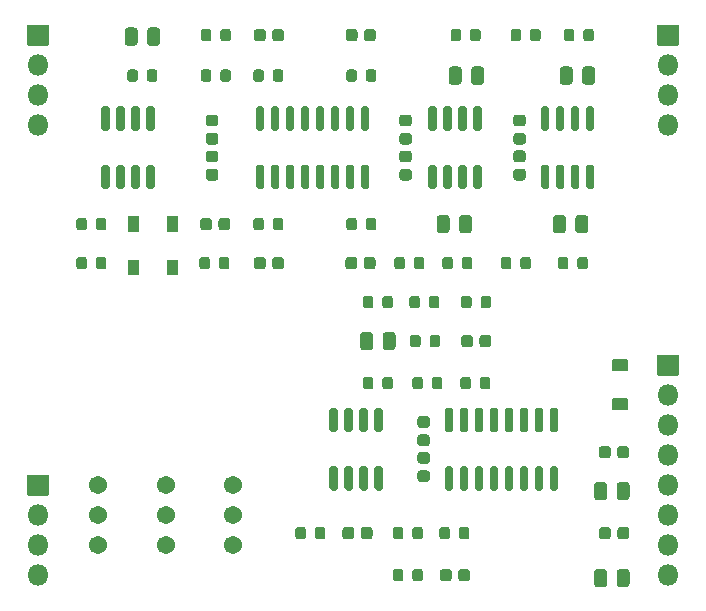
<source format=gts>
G04 #@! TF.GenerationSoftware,KiCad,Pcbnew,5.1.10-88a1d61d58~90~ubuntu20.04.1*
G04 #@! TF.CreationDate,2021-09-06T13:30:35-04:00*
G04 #@! TF.ProjectId,four_pole_lpf,666f7572-5f70-46f6-9c65-5f6c70662e6b,0.1*
G04 #@! TF.SameCoordinates,Original*
G04 #@! TF.FileFunction,Soldermask,Top*
G04 #@! TF.FilePolarity,Negative*
%FSLAX46Y46*%
G04 Gerber Fmt 4.6, Leading zero omitted, Abs format (unit mm)*
G04 Created by KiCad (PCBNEW 5.1.10-88a1d61d58~90~ubuntu20.04.1) date 2021-09-06 13:30:35*
%MOMM*%
%LPD*%
G01*
G04 APERTURE LIST*
%ADD10C,1.542000*%
%ADD11O,1.802000X1.802000*%
G04 APERTURE END LIST*
G36*
G01*
X122633500Y-105081000D02*
X122984500Y-105081000D01*
G75*
G02*
X123160000Y-105256500I0J-175500D01*
G01*
X123160000Y-106957500D01*
G75*
G02*
X122984500Y-107133000I-175500J0D01*
G01*
X122633500Y-107133000D01*
G75*
G02*
X122458000Y-106957500I0J175500D01*
G01*
X122458000Y-105256500D01*
G75*
G02*
X122633500Y-105081000I175500J0D01*
G01*
G37*
G36*
G01*
X121363500Y-105081000D02*
X121714500Y-105081000D01*
G75*
G02*
X121890000Y-105256500I0J-175500D01*
G01*
X121890000Y-106957500D01*
G75*
G02*
X121714500Y-107133000I-175500J0D01*
G01*
X121363500Y-107133000D01*
G75*
G02*
X121188000Y-106957500I0J175500D01*
G01*
X121188000Y-105256500D01*
G75*
G02*
X121363500Y-105081000I175500J0D01*
G01*
G37*
G36*
G01*
X120093500Y-105081000D02*
X120444500Y-105081000D01*
G75*
G02*
X120620000Y-105256500I0J-175500D01*
G01*
X120620000Y-106957500D01*
G75*
G02*
X120444500Y-107133000I-175500J0D01*
G01*
X120093500Y-107133000D01*
G75*
G02*
X119918000Y-106957500I0J175500D01*
G01*
X119918000Y-105256500D01*
G75*
G02*
X120093500Y-105081000I175500J0D01*
G01*
G37*
G36*
G01*
X118823500Y-105081000D02*
X119174500Y-105081000D01*
G75*
G02*
X119350000Y-105256500I0J-175500D01*
G01*
X119350000Y-106957500D01*
G75*
G02*
X119174500Y-107133000I-175500J0D01*
G01*
X118823500Y-107133000D01*
G75*
G02*
X118648000Y-106957500I0J175500D01*
G01*
X118648000Y-105256500D01*
G75*
G02*
X118823500Y-105081000I175500J0D01*
G01*
G37*
G36*
G01*
X118823500Y-100131000D02*
X119174500Y-100131000D01*
G75*
G02*
X119350000Y-100306500I0J-175500D01*
G01*
X119350000Y-102007500D01*
G75*
G02*
X119174500Y-102183000I-175500J0D01*
G01*
X118823500Y-102183000D01*
G75*
G02*
X118648000Y-102007500I0J175500D01*
G01*
X118648000Y-100306500D01*
G75*
G02*
X118823500Y-100131000I175500J0D01*
G01*
G37*
G36*
G01*
X120093500Y-100131000D02*
X120444500Y-100131000D01*
G75*
G02*
X120620000Y-100306500I0J-175500D01*
G01*
X120620000Y-102007500D01*
G75*
G02*
X120444500Y-102183000I-175500J0D01*
G01*
X120093500Y-102183000D01*
G75*
G02*
X119918000Y-102007500I0J175500D01*
G01*
X119918000Y-100306500D01*
G75*
G02*
X120093500Y-100131000I175500J0D01*
G01*
G37*
G36*
G01*
X121363500Y-100131000D02*
X121714500Y-100131000D01*
G75*
G02*
X121890000Y-100306500I0J-175500D01*
G01*
X121890000Y-102007500D01*
G75*
G02*
X121714500Y-102183000I-175500J0D01*
G01*
X121363500Y-102183000D01*
G75*
G02*
X121188000Y-102007500I0J175500D01*
G01*
X121188000Y-100306500D01*
G75*
G02*
X121363500Y-100131000I175500J0D01*
G01*
G37*
G36*
G01*
X122633500Y-100131000D02*
X122984500Y-100131000D01*
G75*
G02*
X123160000Y-100306500I0J-175500D01*
G01*
X123160000Y-102007500D01*
G75*
G02*
X122984500Y-102183000I-175500J0D01*
G01*
X122633500Y-102183000D01*
G75*
G02*
X122458000Y-102007500I0J175500D01*
G01*
X122458000Y-100306500D01*
G75*
G02*
X122633500Y-100131000I175500J0D01*
G01*
G37*
G36*
G01*
X137492500Y-105081000D02*
X137843500Y-105081000D01*
G75*
G02*
X138019000Y-105256500I0J-175500D01*
G01*
X138019000Y-106957500D01*
G75*
G02*
X137843500Y-107133000I-175500J0D01*
G01*
X137492500Y-107133000D01*
G75*
G02*
X137317000Y-106957500I0J175500D01*
G01*
X137317000Y-105256500D01*
G75*
G02*
X137492500Y-105081000I175500J0D01*
G01*
G37*
G36*
G01*
X136222500Y-105081000D02*
X136573500Y-105081000D01*
G75*
G02*
X136749000Y-105256500I0J-175500D01*
G01*
X136749000Y-106957500D01*
G75*
G02*
X136573500Y-107133000I-175500J0D01*
G01*
X136222500Y-107133000D01*
G75*
G02*
X136047000Y-106957500I0J175500D01*
G01*
X136047000Y-105256500D01*
G75*
G02*
X136222500Y-105081000I175500J0D01*
G01*
G37*
G36*
G01*
X134952500Y-105081000D02*
X135303500Y-105081000D01*
G75*
G02*
X135479000Y-105256500I0J-175500D01*
G01*
X135479000Y-106957500D01*
G75*
G02*
X135303500Y-107133000I-175500J0D01*
G01*
X134952500Y-107133000D01*
G75*
G02*
X134777000Y-106957500I0J175500D01*
G01*
X134777000Y-105256500D01*
G75*
G02*
X134952500Y-105081000I175500J0D01*
G01*
G37*
G36*
G01*
X133682500Y-105081000D02*
X134033500Y-105081000D01*
G75*
G02*
X134209000Y-105256500I0J-175500D01*
G01*
X134209000Y-106957500D01*
G75*
G02*
X134033500Y-107133000I-175500J0D01*
G01*
X133682500Y-107133000D01*
G75*
G02*
X133507000Y-106957500I0J175500D01*
G01*
X133507000Y-105256500D01*
G75*
G02*
X133682500Y-105081000I175500J0D01*
G01*
G37*
G36*
G01*
X132412500Y-105081000D02*
X132763500Y-105081000D01*
G75*
G02*
X132939000Y-105256500I0J-175500D01*
G01*
X132939000Y-106957500D01*
G75*
G02*
X132763500Y-107133000I-175500J0D01*
G01*
X132412500Y-107133000D01*
G75*
G02*
X132237000Y-106957500I0J175500D01*
G01*
X132237000Y-105256500D01*
G75*
G02*
X132412500Y-105081000I175500J0D01*
G01*
G37*
G36*
G01*
X131142500Y-105081000D02*
X131493500Y-105081000D01*
G75*
G02*
X131669000Y-105256500I0J-175500D01*
G01*
X131669000Y-106957500D01*
G75*
G02*
X131493500Y-107133000I-175500J0D01*
G01*
X131142500Y-107133000D01*
G75*
G02*
X130967000Y-106957500I0J175500D01*
G01*
X130967000Y-105256500D01*
G75*
G02*
X131142500Y-105081000I175500J0D01*
G01*
G37*
G36*
G01*
X129872500Y-105081000D02*
X130223500Y-105081000D01*
G75*
G02*
X130399000Y-105256500I0J-175500D01*
G01*
X130399000Y-106957500D01*
G75*
G02*
X130223500Y-107133000I-175500J0D01*
G01*
X129872500Y-107133000D01*
G75*
G02*
X129697000Y-106957500I0J175500D01*
G01*
X129697000Y-105256500D01*
G75*
G02*
X129872500Y-105081000I175500J0D01*
G01*
G37*
G36*
G01*
X128602500Y-105081000D02*
X128953500Y-105081000D01*
G75*
G02*
X129129000Y-105256500I0J-175500D01*
G01*
X129129000Y-106957500D01*
G75*
G02*
X128953500Y-107133000I-175500J0D01*
G01*
X128602500Y-107133000D01*
G75*
G02*
X128427000Y-106957500I0J175500D01*
G01*
X128427000Y-105256500D01*
G75*
G02*
X128602500Y-105081000I175500J0D01*
G01*
G37*
G36*
G01*
X128602500Y-100131000D02*
X128953500Y-100131000D01*
G75*
G02*
X129129000Y-100306500I0J-175500D01*
G01*
X129129000Y-102007500D01*
G75*
G02*
X128953500Y-102183000I-175500J0D01*
G01*
X128602500Y-102183000D01*
G75*
G02*
X128427000Y-102007500I0J175500D01*
G01*
X128427000Y-100306500D01*
G75*
G02*
X128602500Y-100131000I175500J0D01*
G01*
G37*
G36*
G01*
X129872500Y-100131000D02*
X130223500Y-100131000D01*
G75*
G02*
X130399000Y-100306500I0J-175500D01*
G01*
X130399000Y-102007500D01*
G75*
G02*
X130223500Y-102183000I-175500J0D01*
G01*
X129872500Y-102183000D01*
G75*
G02*
X129697000Y-102007500I0J175500D01*
G01*
X129697000Y-100306500D01*
G75*
G02*
X129872500Y-100131000I175500J0D01*
G01*
G37*
G36*
G01*
X131142500Y-100131000D02*
X131493500Y-100131000D01*
G75*
G02*
X131669000Y-100306500I0J-175500D01*
G01*
X131669000Y-102007500D01*
G75*
G02*
X131493500Y-102183000I-175500J0D01*
G01*
X131142500Y-102183000D01*
G75*
G02*
X130967000Y-102007500I0J175500D01*
G01*
X130967000Y-100306500D01*
G75*
G02*
X131142500Y-100131000I175500J0D01*
G01*
G37*
G36*
G01*
X132412500Y-100131000D02*
X132763500Y-100131000D01*
G75*
G02*
X132939000Y-100306500I0J-175500D01*
G01*
X132939000Y-102007500D01*
G75*
G02*
X132763500Y-102183000I-175500J0D01*
G01*
X132412500Y-102183000D01*
G75*
G02*
X132237000Y-102007500I0J175500D01*
G01*
X132237000Y-100306500D01*
G75*
G02*
X132412500Y-100131000I175500J0D01*
G01*
G37*
G36*
G01*
X133682500Y-100131000D02*
X134033500Y-100131000D01*
G75*
G02*
X134209000Y-100306500I0J-175500D01*
G01*
X134209000Y-102007500D01*
G75*
G02*
X134033500Y-102183000I-175500J0D01*
G01*
X133682500Y-102183000D01*
G75*
G02*
X133507000Y-102007500I0J175500D01*
G01*
X133507000Y-100306500D01*
G75*
G02*
X133682500Y-100131000I175500J0D01*
G01*
G37*
G36*
G01*
X134952500Y-100131000D02*
X135303500Y-100131000D01*
G75*
G02*
X135479000Y-100306500I0J-175500D01*
G01*
X135479000Y-102007500D01*
G75*
G02*
X135303500Y-102183000I-175500J0D01*
G01*
X134952500Y-102183000D01*
G75*
G02*
X134777000Y-102007500I0J175500D01*
G01*
X134777000Y-100306500D01*
G75*
G02*
X134952500Y-100131000I175500J0D01*
G01*
G37*
G36*
G01*
X136222500Y-100131000D02*
X136573500Y-100131000D01*
G75*
G02*
X136749000Y-100306500I0J-175500D01*
G01*
X136749000Y-102007500D01*
G75*
G02*
X136573500Y-102183000I-175500J0D01*
G01*
X136222500Y-102183000D01*
G75*
G02*
X136047000Y-102007500I0J175500D01*
G01*
X136047000Y-100306500D01*
G75*
G02*
X136222500Y-100131000I175500J0D01*
G01*
G37*
G36*
G01*
X137492500Y-100131000D02*
X137843500Y-100131000D01*
G75*
G02*
X138019000Y-100306500I0J-175500D01*
G01*
X138019000Y-102007500D01*
G75*
G02*
X137843500Y-102183000I-175500J0D01*
G01*
X137492500Y-102183000D01*
G75*
G02*
X137317000Y-102007500I0J175500D01*
G01*
X137317000Y-100306500D01*
G75*
G02*
X137492500Y-100131000I175500J0D01*
G01*
G37*
G36*
G01*
X103329500Y-79554000D02*
X103680500Y-79554000D01*
G75*
G02*
X103856000Y-79729500I0J-175500D01*
G01*
X103856000Y-81430500D01*
G75*
G02*
X103680500Y-81606000I-175500J0D01*
G01*
X103329500Y-81606000D01*
G75*
G02*
X103154000Y-81430500I0J175500D01*
G01*
X103154000Y-79729500D01*
G75*
G02*
X103329500Y-79554000I175500J0D01*
G01*
G37*
G36*
G01*
X102059500Y-79554000D02*
X102410500Y-79554000D01*
G75*
G02*
X102586000Y-79729500I0J-175500D01*
G01*
X102586000Y-81430500D01*
G75*
G02*
X102410500Y-81606000I-175500J0D01*
G01*
X102059500Y-81606000D01*
G75*
G02*
X101884000Y-81430500I0J175500D01*
G01*
X101884000Y-79729500D01*
G75*
G02*
X102059500Y-79554000I175500J0D01*
G01*
G37*
G36*
G01*
X100789500Y-79554000D02*
X101140500Y-79554000D01*
G75*
G02*
X101316000Y-79729500I0J-175500D01*
G01*
X101316000Y-81430500D01*
G75*
G02*
X101140500Y-81606000I-175500J0D01*
G01*
X100789500Y-81606000D01*
G75*
G02*
X100614000Y-81430500I0J175500D01*
G01*
X100614000Y-79729500D01*
G75*
G02*
X100789500Y-79554000I175500J0D01*
G01*
G37*
G36*
G01*
X99519500Y-79554000D02*
X99870500Y-79554000D01*
G75*
G02*
X100046000Y-79729500I0J-175500D01*
G01*
X100046000Y-81430500D01*
G75*
G02*
X99870500Y-81606000I-175500J0D01*
G01*
X99519500Y-81606000D01*
G75*
G02*
X99344000Y-81430500I0J175500D01*
G01*
X99344000Y-79729500D01*
G75*
G02*
X99519500Y-79554000I175500J0D01*
G01*
G37*
G36*
G01*
X99519500Y-74604000D02*
X99870500Y-74604000D01*
G75*
G02*
X100046000Y-74779500I0J-175500D01*
G01*
X100046000Y-76480500D01*
G75*
G02*
X99870500Y-76656000I-175500J0D01*
G01*
X99519500Y-76656000D01*
G75*
G02*
X99344000Y-76480500I0J175500D01*
G01*
X99344000Y-74779500D01*
G75*
G02*
X99519500Y-74604000I175500J0D01*
G01*
G37*
G36*
G01*
X100789500Y-74604000D02*
X101140500Y-74604000D01*
G75*
G02*
X101316000Y-74779500I0J-175500D01*
G01*
X101316000Y-76480500D01*
G75*
G02*
X101140500Y-76656000I-175500J0D01*
G01*
X100789500Y-76656000D01*
G75*
G02*
X100614000Y-76480500I0J175500D01*
G01*
X100614000Y-74779500D01*
G75*
G02*
X100789500Y-74604000I175500J0D01*
G01*
G37*
G36*
G01*
X102059500Y-74604000D02*
X102410500Y-74604000D01*
G75*
G02*
X102586000Y-74779500I0J-175500D01*
G01*
X102586000Y-76480500D01*
G75*
G02*
X102410500Y-76656000I-175500J0D01*
G01*
X102059500Y-76656000D01*
G75*
G02*
X101884000Y-76480500I0J175500D01*
G01*
X101884000Y-74779500D01*
G75*
G02*
X102059500Y-74604000I175500J0D01*
G01*
G37*
G36*
G01*
X103329500Y-74604000D02*
X103680500Y-74604000D01*
G75*
G02*
X103856000Y-74779500I0J-175500D01*
G01*
X103856000Y-76480500D01*
G75*
G02*
X103680500Y-76656000I-175500J0D01*
G01*
X103329500Y-76656000D01*
G75*
G02*
X103154000Y-76480500I0J175500D01*
G01*
X103154000Y-74779500D01*
G75*
G02*
X103329500Y-74604000I175500J0D01*
G01*
G37*
G36*
G01*
X127057000Y-91486500D02*
X127057000Y-90885500D01*
G75*
G02*
X127282500Y-90660000I225500J0D01*
G01*
X127733500Y-90660000D01*
G75*
G02*
X127959000Y-90885500I0J-225500D01*
G01*
X127959000Y-91486500D01*
G75*
G02*
X127733500Y-91712000I-225500J0D01*
G01*
X127282500Y-91712000D01*
G75*
G02*
X127057000Y-91486500I0J225500D01*
G01*
G37*
G36*
G01*
X125407000Y-91486500D02*
X125407000Y-90885500D01*
G75*
G02*
X125632500Y-90660000I225500J0D01*
G01*
X126083500Y-90660000D01*
G75*
G02*
X126309000Y-90885500I0J-225500D01*
G01*
X126309000Y-91486500D01*
G75*
G02*
X126083500Y-91712000I-225500J0D01*
G01*
X125632500Y-91712000D01*
G75*
G02*
X125407000Y-91486500I0J225500D01*
G01*
G37*
G36*
G01*
X140540500Y-79554000D02*
X140891500Y-79554000D01*
G75*
G02*
X141067000Y-79729500I0J-175500D01*
G01*
X141067000Y-81430500D01*
G75*
G02*
X140891500Y-81606000I-175500J0D01*
G01*
X140540500Y-81606000D01*
G75*
G02*
X140365000Y-81430500I0J175500D01*
G01*
X140365000Y-79729500D01*
G75*
G02*
X140540500Y-79554000I175500J0D01*
G01*
G37*
G36*
G01*
X139270500Y-79554000D02*
X139621500Y-79554000D01*
G75*
G02*
X139797000Y-79729500I0J-175500D01*
G01*
X139797000Y-81430500D01*
G75*
G02*
X139621500Y-81606000I-175500J0D01*
G01*
X139270500Y-81606000D01*
G75*
G02*
X139095000Y-81430500I0J175500D01*
G01*
X139095000Y-79729500D01*
G75*
G02*
X139270500Y-79554000I175500J0D01*
G01*
G37*
G36*
G01*
X138000500Y-79554000D02*
X138351500Y-79554000D01*
G75*
G02*
X138527000Y-79729500I0J-175500D01*
G01*
X138527000Y-81430500D01*
G75*
G02*
X138351500Y-81606000I-175500J0D01*
G01*
X138000500Y-81606000D01*
G75*
G02*
X137825000Y-81430500I0J175500D01*
G01*
X137825000Y-79729500D01*
G75*
G02*
X138000500Y-79554000I175500J0D01*
G01*
G37*
G36*
G01*
X136730500Y-79554000D02*
X137081500Y-79554000D01*
G75*
G02*
X137257000Y-79729500I0J-175500D01*
G01*
X137257000Y-81430500D01*
G75*
G02*
X137081500Y-81606000I-175500J0D01*
G01*
X136730500Y-81606000D01*
G75*
G02*
X136555000Y-81430500I0J175500D01*
G01*
X136555000Y-79729500D01*
G75*
G02*
X136730500Y-79554000I175500J0D01*
G01*
G37*
G36*
G01*
X136730500Y-74604000D02*
X137081500Y-74604000D01*
G75*
G02*
X137257000Y-74779500I0J-175500D01*
G01*
X137257000Y-76480500D01*
G75*
G02*
X137081500Y-76656000I-175500J0D01*
G01*
X136730500Y-76656000D01*
G75*
G02*
X136555000Y-76480500I0J175500D01*
G01*
X136555000Y-74779500D01*
G75*
G02*
X136730500Y-74604000I175500J0D01*
G01*
G37*
G36*
G01*
X138000500Y-74604000D02*
X138351500Y-74604000D01*
G75*
G02*
X138527000Y-74779500I0J-175500D01*
G01*
X138527000Y-76480500D01*
G75*
G02*
X138351500Y-76656000I-175500J0D01*
G01*
X138000500Y-76656000D01*
G75*
G02*
X137825000Y-76480500I0J175500D01*
G01*
X137825000Y-74779500D01*
G75*
G02*
X138000500Y-74604000I175500J0D01*
G01*
G37*
G36*
G01*
X139270500Y-74604000D02*
X139621500Y-74604000D01*
G75*
G02*
X139797000Y-74779500I0J-175500D01*
G01*
X139797000Y-76480500D01*
G75*
G02*
X139621500Y-76656000I-175500J0D01*
G01*
X139270500Y-76656000D01*
G75*
G02*
X139095000Y-76480500I0J175500D01*
G01*
X139095000Y-74779500D01*
G75*
G02*
X139270500Y-74604000I175500J0D01*
G01*
G37*
G36*
G01*
X140540500Y-74604000D02*
X140891500Y-74604000D01*
G75*
G02*
X141067000Y-74779500I0J-175500D01*
G01*
X141067000Y-76480500D01*
G75*
G02*
X140891500Y-76656000I-175500J0D01*
G01*
X140540500Y-76656000D01*
G75*
G02*
X140365000Y-76480500I0J175500D01*
G01*
X140365000Y-74779500D01*
G75*
G02*
X140540500Y-74604000I175500J0D01*
G01*
G37*
G36*
G01*
X131015500Y-79554000D02*
X131366500Y-79554000D01*
G75*
G02*
X131542000Y-79729500I0J-175500D01*
G01*
X131542000Y-81430500D01*
G75*
G02*
X131366500Y-81606000I-175500J0D01*
G01*
X131015500Y-81606000D01*
G75*
G02*
X130840000Y-81430500I0J175500D01*
G01*
X130840000Y-79729500D01*
G75*
G02*
X131015500Y-79554000I175500J0D01*
G01*
G37*
G36*
G01*
X129745500Y-79554000D02*
X130096500Y-79554000D01*
G75*
G02*
X130272000Y-79729500I0J-175500D01*
G01*
X130272000Y-81430500D01*
G75*
G02*
X130096500Y-81606000I-175500J0D01*
G01*
X129745500Y-81606000D01*
G75*
G02*
X129570000Y-81430500I0J175500D01*
G01*
X129570000Y-79729500D01*
G75*
G02*
X129745500Y-79554000I175500J0D01*
G01*
G37*
G36*
G01*
X128475500Y-79554000D02*
X128826500Y-79554000D01*
G75*
G02*
X129002000Y-79729500I0J-175500D01*
G01*
X129002000Y-81430500D01*
G75*
G02*
X128826500Y-81606000I-175500J0D01*
G01*
X128475500Y-81606000D01*
G75*
G02*
X128300000Y-81430500I0J175500D01*
G01*
X128300000Y-79729500D01*
G75*
G02*
X128475500Y-79554000I175500J0D01*
G01*
G37*
G36*
G01*
X127205500Y-79554000D02*
X127556500Y-79554000D01*
G75*
G02*
X127732000Y-79729500I0J-175500D01*
G01*
X127732000Y-81430500D01*
G75*
G02*
X127556500Y-81606000I-175500J0D01*
G01*
X127205500Y-81606000D01*
G75*
G02*
X127030000Y-81430500I0J175500D01*
G01*
X127030000Y-79729500D01*
G75*
G02*
X127205500Y-79554000I175500J0D01*
G01*
G37*
G36*
G01*
X127205500Y-74604000D02*
X127556500Y-74604000D01*
G75*
G02*
X127732000Y-74779500I0J-175500D01*
G01*
X127732000Y-76480500D01*
G75*
G02*
X127556500Y-76656000I-175500J0D01*
G01*
X127205500Y-76656000D01*
G75*
G02*
X127030000Y-76480500I0J175500D01*
G01*
X127030000Y-74779500D01*
G75*
G02*
X127205500Y-74604000I175500J0D01*
G01*
G37*
G36*
G01*
X128475500Y-74604000D02*
X128826500Y-74604000D01*
G75*
G02*
X129002000Y-74779500I0J-175500D01*
G01*
X129002000Y-76480500D01*
G75*
G02*
X128826500Y-76656000I-175500J0D01*
G01*
X128475500Y-76656000D01*
G75*
G02*
X128300000Y-76480500I0J175500D01*
G01*
X128300000Y-74779500D01*
G75*
G02*
X128475500Y-74604000I175500J0D01*
G01*
G37*
G36*
G01*
X129745500Y-74604000D02*
X130096500Y-74604000D01*
G75*
G02*
X130272000Y-74779500I0J-175500D01*
G01*
X130272000Y-76480500D01*
G75*
G02*
X130096500Y-76656000I-175500J0D01*
G01*
X129745500Y-76656000D01*
G75*
G02*
X129570000Y-76480500I0J175500D01*
G01*
X129570000Y-74779500D01*
G75*
G02*
X129745500Y-74604000I175500J0D01*
G01*
G37*
G36*
G01*
X131015500Y-74604000D02*
X131366500Y-74604000D01*
G75*
G02*
X131542000Y-74779500I0J-175500D01*
G01*
X131542000Y-76480500D01*
G75*
G02*
X131366500Y-76656000I-175500J0D01*
G01*
X131015500Y-76656000D01*
G75*
G02*
X130840000Y-76480500I0J175500D01*
G01*
X130840000Y-74779500D01*
G75*
G02*
X131015500Y-74604000I175500J0D01*
G01*
G37*
G36*
G01*
X121490500Y-79554000D02*
X121841500Y-79554000D01*
G75*
G02*
X122017000Y-79729500I0J-175500D01*
G01*
X122017000Y-81430500D01*
G75*
G02*
X121841500Y-81606000I-175500J0D01*
G01*
X121490500Y-81606000D01*
G75*
G02*
X121315000Y-81430500I0J175500D01*
G01*
X121315000Y-79729500D01*
G75*
G02*
X121490500Y-79554000I175500J0D01*
G01*
G37*
G36*
G01*
X120220500Y-79554000D02*
X120571500Y-79554000D01*
G75*
G02*
X120747000Y-79729500I0J-175500D01*
G01*
X120747000Y-81430500D01*
G75*
G02*
X120571500Y-81606000I-175500J0D01*
G01*
X120220500Y-81606000D01*
G75*
G02*
X120045000Y-81430500I0J175500D01*
G01*
X120045000Y-79729500D01*
G75*
G02*
X120220500Y-79554000I175500J0D01*
G01*
G37*
G36*
G01*
X118950500Y-79554000D02*
X119301500Y-79554000D01*
G75*
G02*
X119477000Y-79729500I0J-175500D01*
G01*
X119477000Y-81430500D01*
G75*
G02*
X119301500Y-81606000I-175500J0D01*
G01*
X118950500Y-81606000D01*
G75*
G02*
X118775000Y-81430500I0J175500D01*
G01*
X118775000Y-79729500D01*
G75*
G02*
X118950500Y-79554000I175500J0D01*
G01*
G37*
G36*
G01*
X117680500Y-79554000D02*
X118031500Y-79554000D01*
G75*
G02*
X118207000Y-79729500I0J-175500D01*
G01*
X118207000Y-81430500D01*
G75*
G02*
X118031500Y-81606000I-175500J0D01*
G01*
X117680500Y-81606000D01*
G75*
G02*
X117505000Y-81430500I0J175500D01*
G01*
X117505000Y-79729500D01*
G75*
G02*
X117680500Y-79554000I175500J0D01*
G01*
G37*
G36*
G01*
X116410500Y-79554000D02*
X116761500Y-79554000D01*
G75*
G02*
X116937000Y-79729500I0J-175500D01*
G01*
X116937000Y-81430500D01*
G75*
G02*
X116761500Y-81606000I-175500J0D01*
G01*
X116410500Y-81606000D01*
G75*
G02*
X116235000Y-81430500I0J175500D01*
G01*
X116235000Y-79729500D01*
G75*
G02*
X116410500Y-79554000I175500J0D01*
G01*
G37*
G36*
G01*
X115140500Y-79554000D02*
X115491500Y-79554000D01*
G75*
G02*
X115667000Y-79729500I0J-175500D01*
G01*
X115667000Y-81430500D01*
G75*
G02*
X115491500Y-81606000I-175500J0D01*
G01*
X115140500Y-81606000D01*
G75*
G02*
X114965000Y-81430500I0J175500D01*
G01*
X114965000Y-79729500D01*
G75*
G02*
X115140500Y-79554000I175500J0D01*
G01*
G37*
G36*
G01*
X113870500Y-79554000D02*
X114221500Y-79554000D01*
G75*
G02*
X114397000Y-79729500I0J-175500D01*
G01*
X114397000Y-81430500D01*
G75*
G02*
X114221500Y-81606000I-175500J0D01*
G01*
X113870500Y-81606000D01*
G75*
G02*
X113695000Y-81430500I0J175500D01*
G01*
X113695000Y-79729500D01*
G75*
G02*
X113870500Y-79554000I175500J0D01*
G01*
G37*
G36*
G01*
X112600500Y-79554000D02*
X112951500Y-79554000D01*
G75*
G02*
X113127000Y-79729500I0J-175500D01*
G01*
X113127000Y-81430500D01*
G75*
G02*
X112951500Y-81606000I-175500J0D01*
G01*
X112600500Y-81606000D01*
G75*
G02*
X112425000Y-81430500I0J175500D01*
G01*
X112425000Y-79729500D01*
G75*
G02*
X112600500Y-79554000I175500J0D01*
G01*
G37*
G36*
G01*
X112600500Y-74604000D02*
X112951500Y-74604000D01*
G75*
G02*
X113127000Y-74779500I0J-175500D01*
G01*
X113127000Y-76480500D01*
G75*
G02*
X112951500Y-76656000I-175500J0D01*
G01*
X112600500Y-76656000D01*
G75*
G02*
X112425000Y-76480500I0J175500D01*
G01*
X112425000Y-74779500D01*
G75*
G02*
X112600500Y-74604000I175500J0D01*
G01*
G37*
G36*
G01*
X113870500Y-74604000D02*
X114221500Y-74604000D01*
G75*
G02*
X114397000Y-74779500I0J-175500D01*
G01*
X114397000Y-76480500D01*
G75*
G02*
X114221500Y-76656000I-175500J0D01*
G01*
X113870500Y-76656000D01*
G75*
G02*
X113695000Y-76480500I0J175500D01*
G01*
X113695000Y-74779500D01*
G75*
G02*
X113870500Y-74604000I175500J0D01*
G01*
G37*
G36*
G01*
X115140500Y-74604000D02*
X115491500Y-74604000D01*
G75*
G02*
X115667000Y-74779500I0J-175500D01*
G01*
X115667000Y-76480500D01*
G75*
G02*
X115491500Y-76656000I-175500J0D01*
G01*
X115140500Y-76656000D01*
G75*
G02*
X114965000Y-76480500I0J175500D01*
G01*
X114965000Y-74779500D01*
G75*
G02*
X115140500Y-74604000I175500J0D01*
G01*
G37*
G36*
G01*
X116410500Y-74604000D02*
X116761500Y-74604000D01*
G75*
G02*
X116937000Y-74779500I0J-175500D01*
G01*
X116937000Y-76480500D01*
G75*
G02*
X116761500Y-76656000I-175500J0D01*
G01*
X116410500Y-76656000D01*
G75*
G02*
X116235000Y-76480500I0J175500D01*
G01*
X116235000Y-74779500D01*
G75*
G02*
X116410500Y-74604000I175500J0D01*
G01*
G37*
G36*
G01*
X117680500Y-74604000D02*
X118031500Y-74604000D01*
G75*
G02*
X118207000Y-74779500I0J-175500D01*
G01*
X118207000Y-76480500D01*
G75*
G02*
X118031500Y-76656000I-175500J0D01*
G01*
X117680500Y-76656000D01*
G75*
G02*
X117505000Y-76480500I0J175500D01*
G01*
X117505000Y-74779500D01*
G75*
G02*
X117680500Y-74604000I175500J0D01*
G01*
G37*
G36*
G01*
X118950500Y-74604000D02*
X119301500Y-74604000D01*
G75*
G02*
X119477000Y-74779500I0J-175500D01*
G01*
X119477000Y-76480500D01*
G75*
G02*
X119301500Y-76656000I-175500J0D01*
G01*
X118950500Y-76656000D01*
G75*
G02*
X118775000Y-76480500I0J175500D01*
G01*
X118775000Y-74779500D01*
G75*
G02*
X118950500Y-74604000I175500J0D01*
G01*
G37*
G36*
G01*
X120220500Y-74604000D02*
X120571500Y-74604000D01*
G75*
G02*
X120747000Y-74779500I0J-175500D01*
G01*
X120747000Y-76480500D01*
G75*
G02*
X120571500Y-76656000I-175500J0D01*
G01*
X120220500Y-76656000D01*
G75*
G02*
X120045000Y-76480500I0J175500D01*
G01*
X120045000Y-74779500D01*
G75*
G02*
X120220500Y-74604000I175500J0D01*
G01*
G37*
G36*
G01*
X121490500Y-74604000D02*
X121841500Y-74604000D01*
G75*
G02*
X122017000Y-74779500I0J-175500D01*
G01*
X122017000Y-76480500D01*
G75*
G02*
X121841500Y-76656000I-175500J0D01*
G01*
X121490500Y-76656000D01*
G75*
G02*
X121315000Y-76480500I0J175500D01*
G01*
X121315000Y-74779500D01*
G75*
G02*
X121490500Y-74604000I175500J0D01*
G01*
G37*
D10*
X110490000Y-106680000D03*
X110490000Y-109220000D03*
X110490000Y-111760000D03*
X104775000Y-106680000D03*
X104775000Y-109220000D03*
X104775000Y-111760000D03*
X99060000Y-106680000D03*
X99060000Y-109220000D03*
X99060000Y-111760000D03*
G36*
G01*
X126372000Y-94187500D02*
X126372000Y-94788500D01*
G75*
G02*
X126146500Y-95014000I-225500J0D01*
G01*
X125695500Y-95014000D01*
G75*
G02*
X125470000Y-94788500I0J225500D01*
G01*
X125470000Y-94187500D01*
G75*
G02*
X125695500Y-93962000I225500J0D01*
G01*
X126146500Y-93962000D01*
G75*
G02*
X126372000Y-94187500I0J-225500D01*
G01*
G37*
G36*
G01*
X128022000Y-94187500D02*
X128022000Y-94788500D01*
G75*
G02*
X127796500Y-95014000I-225500J0D01*
G01*
X127345500Y-95014000D01*
G75*
G02*
X127120000Y-94788500I0J225500D01*
G01*
X127120000Y-94187500D01*
G75*
G02*
X127345500Y-93962000I225500J0D01*
G01*
X127796500Y-93962000D01*
G75*
G02*
X128022000Y-94187500I0J-225500D01*
G01*
G37*
G36*
G01*
X131438000Y-91486500D02*
X131438000Y-90885500D01*
G75*
G02*
X131663500Y-90660000I225500J0D01*
G01*
X132114500Y-90660000D01*
G75*
G02*
X132340000Y-90885500I0J-225500D01*
G01*
X132340000Y-91486500D01*
G75*
G02*
X132114500Y-91712000I-225500J0D01*
G01*
X131663500Y-91712000D01*
G75*
G02*
X131438000Y-91486500I0J225500D01*
G01*
G37*
G36*
G01*
X129788000Y-91486500D02*
X129788000Y-90885500D01*
G75*
G02*
X130013500Y-90660000I225500J0D01*
G01*
X130464500Y-90660000D01*
G75*
G02*
X130690000Y-90885500I0J-225500D01*
G01*
X130690000Y-91486500D01*
G75*
G02*
X130464500Y-91712000I-225500J0D01*
G01*
X130013500Y-91712000D01*
G75*
G02*
X129788000Y-91486500I0J225500D01*
G01*
G37*
G36*
G01*
X123119000Y-91486500D02*
X123119000Y-90885500D01*
G75*
G02*
X123344500Y-90660000I225500J0D01*
G01*
X123795500Y-90660000D01*
G75*
G02*
X124021000Y-90885500I0J-225500D01*
G01*
X124021000Y-91486500D01*
G75*
G02*
X123795500Y-91712000I-225500J0D01*
G01*
X123344500Y-91712000D01*
G75*
G02*
X123119000Y-91486500I0J225500D01*
G01*
G37*
G36*
G01*
X121469000Y-91486500D02*
X121469000Y-90885500D01*
G75*
G02*
X121694500Y-90660000I225500J0D01*
G01*
X122145500Y-90660000D01*
G75*
G02*
X122371000Y-90885500I0J-225500D01*
G01*
X122371000Y-91486500D01*
G75*
G02*
X122145500Y-91712000I-225500J0D01*
G01*
X121694500Y-91712000D01*
G75*
G02*
X121469000Y-91486500I0J225500D01*
G01*
G37*
G36*
G01*
X122371000Y-97743500D02*
X122371000Y-98344500D01*
G75*
G02*
X122145500Y-98570000I-225500J0D01*
G01*
X121694500Y-98570000D01*
G75*
G02*
X121469000Y-98344500I0J225500D01*
G01*
X121469000Y-97743500D01*
G75*
G02*
X121694500Y-97518000I225500J0D01*
G01*
X122145500Y-97518000D01*
G75*
G02*
X122371000Y-97743500I0J-225500D01*
G01*
G37*
G36*
G01*
X124021000Y-97743500D02*
X124021000Y-98344500D01*
G75*
G02*
X123795500Y-98570000I-225500J0D01*
G01*
X123344500Y-98570000D01*
G75*
G02*
X123119000Y-98344500I0J225500D01*
G01*
X123119000Y-97743500D01*
G75*
G02*
X123344500Y-97518000I225500J0D01*
G01*
X123795500Y-97518000D01*
G75*
G02*
X124021000Y-97743500I0J-225500D01*
G01*
G37*
G36*
G01*
X117405000Y-111044500D02*
X117405000Y-110443500D01*
G75*
G02*
X117630500Y-110218000I225500J0D01*
G01*
X118081500Y-110218000D01*
G75*
G02*
X118307000Y-110443500I0J-225500D01*
G01*
X118307000Y-111044500D01*
G75*
G02*
X118081500Y-111270000I-225500J0D01*
G01*
X117630500Y-111270000D01*
G75*
G02*
X117405000Y-111044500I0J225500D01*
G01*
G37*
G36*
G01*
X115755000Y-111044500D02*
X115755000Y-110443500D01*
G75*
G02*
X115980500Y-110218000I225500J0D01*
G01*
X116431500Y-110218000D01*
G75*
G02*
X116657000Y-110443500I0J-225500D01*
G01*
X116657000Y-111044500D01*
G75*
G02*
X116431500Y-111270000I-225500J0D01*
G01*
X115980500Y-111270000D01*
G75*
G02*
X115755000Y-111044500I0J225500D01*
G01*
G37*
G36*
G01*
X127311000Y-98344500D02*
X127311000Y-97743500D01*
G75*
G02*
X127536500Y-97518000I225500J0D01*
G01*
X127987500Y-97518000D01*
G75*
G02*
X128213000Y-97743500I0J-225500D01*
G01*
X128213000Y-98344500D01*
G75*
G02*
X127987500Y-98570000I-225500J0D01*
G01*
X127536500Y-98570000D01*
G75*
G02*
X127311000Y-98344500I0J225500D01*
G01*
G37*
G36*
G01*
X125661000Y-98344500D02*
X125661000Y-97743500D01*
G75*
G02*
X125886500Y-97518000I225500J0D01*
G01*
X126337500Y-97518000D01*
G75*
G02*
X126563000Y-97743500I0J-225500D01*
G01*
X126563000Y-98344500D01*
G75*
G02*
X126337500Y-98570000I-225500J0D01*
G01*
X125886500Y-98570000D01*
G75*
G02*
X125661000Y-98344500I0J225500D01*
G01*
G37*
G36*
G01*
X130627000Y-97743500D02*
X130627000Y-98344500D01*
G75*
G02*
X130401500Y-98570000I-225500J0D01*
G01*
X129950500Y-98570000D01*
G75*
G02*
X129725000Y-98344500I0J225500D01*
G01*
X129725000Y-97743500D01*
G75*
G02*
X129950500Y-97518000I225500J0D01*
G01*
X130401500Y-97518000D01*
G75*
G02*
X130627000Y-97743500I0J-225500D01*
G01*
G37*
G36*
G01*
X132277000Y-97743500D02*
X132277000Y-98344500D01*
G75*
G02*
X132051500Y-98570000I-225500J0D01*
G01*
X131600500Y-98570000D01*
G75*
G02*
X131375000Y-98344500I0J225500D01*
G01*
X131375000Y-97743500D01*
G75*
G02*
X131600500Y-97518000I225500J0D01*
G01*
X132051500Y-97518000D01*
G75*
G02*
X132277000Y-97743500I0J-225500D01*
G01*
G37*
G36*
G01*
X125659000Y-114600500D02*
X125659000Y-113999500D01*
G75*
G02*
X125884500Y-113774000I225500J0D01*
G01*
X126335500Y-113774000D01*
G75*
G02*
X126561000Y-113999500I0J-225500D01*
G01*
X126561000Y-114600500D01*
G75*
G02*
X126335500Y-114826000I-225500J0D01*
G01*
X125884500Y-114826000D01*
G75*
G02*
X125659000Y-114600500I0J225500D01*
G01*
G37*
G36*
G01*
X124009000Y-114600500D02*
X124009000Y-113999500D01*
G75*
G02*
X124234500Y-113774000I225500J0D01*
G01*
X124685500Y-113774000D01*
G75*
G02*
X124911000Y-113999500I0J-225500D01*
G01*
X124911000Y-114600500D01*
G75*
G02*
X124685500Y-114826000I-225500J0D01*
G01*
X124234500Y-114826000D01*
G75*
G02*
X124009000Y-114600500I0J225500D01*
G01*
G37*
G36*
G01*
X129597000Y-111044500D02*
X129597000Y-110443500D01*
G75*
G02*
X129822500Y-110218000I225500J0D01*
G01*
X130273500Y-110218000D01*
G75*
G02*
X130499000Y-110443500I0J-225500D01*
G01*
X130499000Y-111044500D01*
G75*
G02*
X130273500Y-111270000I-225500J0D01*
G01*
X129822500Y-111270000D01*
G75*
G02*
X129597000Y-111044500I0J225500D01*
G01*
G37*
G36*
G01*
X127947000Y-111044500D02*
X127947000Y-110443500D01*
G75*
G02*
X128172500Y-110218000I225500J0D01*
G01*
X128623500Y-110218000D01*
G75*
G02*
X128849000Y-110443500I0J-225500D01*
G01*
X128849000Y-111044500D01*
G75*
G02*
X128623500Y-111270000I-225500J0D01*
G01*
X128172500Y-111270000D01*
G75*
G02*
X127947000Y-111044500I0J225500D01*
G01*
G37*
G36*
G01*
X124911000Y-110443500D02*
X124911000Y-111044500D01*
G75*
G02*
X124685500Y-111270000I-225500J0D01*
G01*
X124234500Y-111270000D01*
G75*
G02*
X124009000Y-111044500I0J225500D01*
G01*
X124009000Y-110443500D01*
G75*
G02*
X124234500Y-110218000I225500J0D01*
G01*
X124685500Y-110218000D01*
G75*
G02*
X124911000Y-110443500I0J-225500D01*
G01*
G37*
G36*
G01*
X126561000Y-110443500D02*
X126561000Y-111044500D01*
G75*
G02*
X126335500Y-111270000I-225500J0D01*
G01*
X125884500Y-111270000D01*
G75*
G02*
X125659000Y-111044500I0J225500D01*
G01*
X125659000Y-110443500D01*
G75*
G02*
X125884500Y-110218000I225500J0D01*
G01*
X126335500Y-110218000D01*
G75*
G02*
X126561000Y-110443500I0J-225500D01*
G01*
G37*
G36*
G01*
X102433000Y-71708500D02*
X102433000Y-72309500D01*
G75*
G02*
X102207500Y-72535000I-225500J0D01*
G01*
X101756500Y-72535000D01*
G75*
G02*
X101531000Y-72309500I0J225500D01*
G01*
X101531000Y-71708500D01*
G75*
G02*
X101756500Y-71483000I225500J0D01*
G01*
X102207500Y-71483000D01*
G75*
G02*
X102433000Y-71708500I0J-225500D01*
G01*
G37*
G36*
G01*
X104083000Y-71708500D02*
X104083000Y-72309500D01*
G75*
G02*
X103857500Y-72535000I-225500J0D01*
G01*
X103406500Y-72535000D01*
G75*
G02*
X103181000Y-72309500I0J225500D01*
G01*
X103181000Y-71708500D01*
G75*
G02*
X103406500Y-71483000I225500J0D01*
G01*
X103857500Y-71483000D01*
G75*
G02*
X104083000Y-71708500I0J-225500D01*
G01*
G37*
G36*
G01*
X108529000Y-87583500D02*
X108529000Y-88184500D01*
G75*
G02*
X108303500Y-88410000I-225500J0D01*
G01*
X107852500Y-88410000D01*
G75*
G02*
X107627000Y-88184500I0J225500D01*
G01*
X107627000Y-87583500D01*
G75*
G02*
X107852500Y-87358000I225500J0D01*
G01*
X108303500Y-87358000D01*
G75*
G02*
X108529000Y-87583500I0J-225500D01*
G01*
G37*
G36*
G01*
X110179000Y-87583500D02*
X110179000Y-88184500D01*
G75*
G02*
X109953500Y-88410000I-225500J0D01*
G01*
X109502500Y-88410000D01*
G75*
G02*
X109277000Y-88184500I0J225500D01*
G01*
X109277000Y-87583500D01*
G75*
G02*
X109502500Y-87358000I225500J0D01*
G01*
X109953500Y-87358000D01*
G75*
G02*
X110179000Y-87583500I0J-225500D01*
G01*
G37*
G36*
G01*
X98115000Y-87583500D02*
X98115000Y-88184500D01*
G75*
G02*
X97889500Y-88410000I-225500J0D01*
G01*
X97438500Y-88410000D01*
G75*
G02*
X97213000Y-88184500I0J225500D01*
G01*
X97213000Y-87583500D01*
G75*
G02*
X97438500Y-87358000I225500J0D01*
G01*
X97889500Y-87358000D01*
G75*
G02*
X98115000Y-87583500I0J-225500D01*
G01*
G37*
G36*
G01*
X99765000Y-87583500D02*
X99765000Y-88184500D01*
G75*
G02*
X99539500Y-88410000I-225500J0D01*
G01*
X99088500Y-88410000D01*
G75*
G02*
X98863000Y-88184500I0J225500D01*
G01*
X98863000Y-87583500D01*
G75*
G02*
X99088500Y-87358000I225500J0D01*
G01*
X99539500Y-87358000D01*
G75*
G02*
X99765000Y-87583500I0J-225500D01*
G01*
G37*
G36*
G01*
X98115000Y-84281500D02*
X98115000Y-84882500D01*
G75*
G02*
X97889500Y-85108000I-225500J0D01*
G01*
X97438500Y-85108000D01*
G75*
G02*
X97213000Y-84882500I0J225500D01*
G01*
X97213000Y-84281500D01*
G75*
G02*
X97438500Y-84056000I225500J0D01*
G01*
X97889500Y-84056000D01*
G75*
G02*
X98115000Y-84281500I0J-225500D01*
G01*
G37*
G36*
G01*
X99765000Y-84281500D02*
X99765000Y-84882500D01*
G75*
G02*
X99539500Y-85108000I-225500J0D01*
G01*
X99088500Y-85108000D01*
G75*
G02*
X98863000Y-84882500I0J225500D01*
G01*
X98863000Y-84281500D01*
G75*
G02*
X99088500Y-84056000I225500J0D01*
G01*
X99539500Y-84056000D01*
G75*
G02*
X99765000Y-84281500I0J-225500D01*
G01*
G37*
G36*
G01*
X138881000Y-87583500D02*
X138881000Y-88184500D01*
G75*
G02*
X138655500Y-88410000I-225500J0D01*
G01*
X138204500Y-88410000D01*
G75*
G02*
X137979000Y-88184500I0J225500D01*
G01*
X137979000Y-87583500D01*
G75*
G02*
X138204500Y-87358000I225500J0D01*
G01*
X138655500Y-87358000D01*
G75*
G02*
X138881000Y-87583500I0J-225500D01*
G01*
G37*
G36*
G01*
X140531000Y-87583500D02*
X140531000Y-88184500D01*
G75*
G02*
X140305500Y-88410000I-225500J0D01*
G01*
X139854500Y-88410000D01*
G75*
G02*
X139629000Y-88184500I0J225500D01*
G01*
X139629000Y-87583500D01*
G75*
G02*
X139854500Y-87358000I225500J0D01*
G01*
X140305500Y-87358000D01*
G75*
G02*
X140531000Y-87583500I0J-225500D01*
G01*
G37*
G36*
G01*
X120974000Y-84281500D02*
X120974000Y-84882500D01*
G75*
G02*
X120748500Y-85108000I-225500J0D01*
G01*
X120297500Y-85108000D01*
G75*
G02*
X120072000Y-84882500I0J225500D01*
G01*
X120072000Y-84281500D01*
G75*
G02*
X120297500Y-84056000I225500J0D01*
G01*
X120748500Y-84056000D01*
G75*
G02*
X120974000Y-84281500I0J-225500D01*
G01*
G37*
G36*
G01*
X122624000Y-84281500D02*
X122624000Y-84882500D01*
G75*
G02*
X122398500Y-85108000I-225500J0D01*
G01*
X121947500Y-85108000D01*
G75*
G02*
X121722000Y-84882500I0J225500D01*
G01*
X121722000Y-84281500D01*
G75*
G02*
X121947500Y-84056000I225500J0D01*
G01*
X122398500Y-84056000D01*
G75*
G02*
X122624000Y-84281500I0J-225500D01*
G01*
G37*
G36*
G01*
X134056000Y-87583500D02*
X134056000Y-88184500D01*
G75*
G02*
X133830500Y-88410000I-225500J0D01*
G01*
X133379500Y-88410000D01*
G75*
G02*
X133154000Y-88184500I0J225500D01*
G01*
X133154000Y-87583500D01*
G75*
G02*
X133379500Y-87358000I225500J0D01*
G01*
X133830500Y-87358000D01*
G75*
G02*
X134056000Y-87583500I0J-225500D01*
G01*
G37*
G36*
G01*
X135706000Y-87583500D02*
X135706000Y-88184500D01*
G75*
G02*
X135480500Y-88410000I-225500J0D01*
G01*
X135029500Y-88410000D01*
G75*
G02*
X134804000Y-88184500I0J225500D01*
G01*
X134804000Y-87583500D01*
G75*
G02*
X135029500Y-87358000I225500J0D01*
G01*
X135480500Y-87358000D01*
G75*
G02*
X135706000Y-87583500I0J-225500D01*
G01*
G37*
G36*
G01*
X129103000Y-87583500D02*
X129103000Y-88184500D01*
G75*
G02*
X128877500Y-88410000I-225500J0D01*
G01*
X128426500Y-88410000D01*
G75*
G02*
X128201000Y-88184500I0J225500D01*
G01*
X128201000Y-87583500D01*
G75*
G02*
X128426500Y-87358000I225500J0D01*
G01*
X128877500Y-87358000D01*
G75*
G02*
X129103000Y-87583500I0J-225500D01*
G01*
G37*
G36*
G01*
X130753000Y-87583500D02*
X130753000Y-88184500D01*
G75*
G02*
X130527500Y-88410000I-225500J0D01*
G01*
X130076500Y-88410000D01*
G75*
G02*
X129851000Y-88184500I0J225500D01*
G01*
X129851000Y-87583500D01*
G75*
G02*
X130076500Y-87358000I225500J0D01*
G01*
X130527500Y-87358000D01*
G75*
G02*
X130753000Y-87583500I0J-225500D01*
G01*
G37*
G36*
G01*
X113849000Y-84882500D02*
X113849000Y-84281500D01*
G75*
G02*
X114074500Y-84056000I225500J0D01*
G01*
X114525500Y-84056000D01*
G75*
G02*
X114751000Y-84281500I0J-225500D01*
G01*
X114751000Y-84882500D01*
G75*
G02*
X114525500Y-85108000I-225500J0D01*
G01*
X114074500Y-85108000D01*
G75*
G02*
X113849000Y-84882500I0J225500D01*
G01*
G37*
G36*
G01*
X112199000Y-84882500D02*
X112199000Y-84281500D01*
G75*
G02*
X112424500Y-84056000I225500J0D01*
G01*
X112875500Y-84056000D01*
G75*
G02*
X113101000Y-84281500I0J-225500D01*
G01*
X113101000Y-84882500D01*
G75*
G02*
X112875500Y-85108000I-225500J0D01*
G01*
X112424500Y-85108000D01*
G75*
G02*
X112199000Y-84882500I0J225500D01*
G01*
G37*
G36*
G01*
X125039000Y-87583500D02*
X125039000Y-88184500D01*
G75*
G02*
X124813500Y-88410000I-225500J0D01*
G01*
X124362500Y-88410000D01*
G75*
G02*
X124137000Y-88184500I0J225500D01*
G01*
X124137000Y-87583500D01*
G75*
G02*
X124362500Y-87358000I225500J0D01*
G01*
X124813500Y-87358000D01*
G75*
G02*
X125039000Y-87583500I0J-225500D01*
G01*
G37*
G36*
G01*
X126689000Y-87583500D02*
X126689000Y-88184500D01*
G75*
G02*
X126463500Y-88410000I-225500J0D01*
G01*
X126012500Y-88410000D01*
G75*
G02*
X125787000Y-88184500I0J225500D01*
G01*
X125787000Y-87583500D01*
G75*
G02*
X126012500Y-87358000I225500J0D01*
G01*
X126463500Y-87358000D01*
G75*
G02*
X126689000Y-87583500I0J-225500D01*
G01*
G37*
G36*
G01*
X139390000Y-68279500D02*
X139390000Y-68880500D01*
G75*
G02*
X139164500Y-69106000I-225500J0D01*
G01*
X138713500Y-69106000D01*
G75*
G02*
X138488000Y-68880500I0J225500D01*
G01*
X138488000Y-68279500D01*
G75*
G02*
X138713500Y-68054000I225500J0D01*
G01*
X139164500Y-68054000D01*
G75*
G02*
X139390000Y-68279500I0J-225500D01*
G01*
G37*
G36*
G01*
X141040000Y-68279500D02*
X141040000Y-68880500D01*
G75*
G02*
X140814500Y-69106000I-225500J0D01*
G01*
X140363500Y-69106000D01*
G75*
G02*
X140138000Y-68880500I0J225500D01*
G01*
X140138000Y-68279500D01*
G75*
G02*
X140363500Y-68054000I225500J0D01*
G01*
X140814500Y-68054000D01*
G75*
G02*
X141040000Y-68279500I0J-225500D01*
G01*
G37*
G36*
G01*
X120974000Y-71708500D02*
X120974000Y-72309500D01*
G75*
G02*
X120748500Y-72535000I-225500J0D01*
G01*
X120297500Y-72535000D01*
G75*
G02*
X120072000Y-72309500I0J225500D01*
G01*
X120072000Y-71708500D01*
G75*
G02*
X120297500Y-71483000I225500J0D01*
G01*
X120748500Y-71483000D01*
G75*
G02*
X120974000Y-71708500I0J-225500D01*
G01*
G37*
G36*
G01*
X122624000Y-71708500D02*
X122624000Y-72309500D01*
G75*
G02*
X122398500Y-72535000I-225500J0D01*
G01*
X121947500Y-72535000D01*
G75*
G02*
X121722000Y-72309500I0J225500D01*
G01*
X121722000Y-71708500D01*
G75*
G02*
X121947500Y-71483000I225500J0D01*
G01*
X122398500Y-71483000D01*
G75*
G02*
X122624000Y-71708500I0J-225500D01*
G01*
G37*
G36*
G01*
X134881000Y-68279500D02*
X134881000Y-68880500D01*
G75*
G02*
X134655500Y-69106000I-225500J0D01*
G01*
X134204500Y-69106000D01*
G75*
G02*
X133979000Y-68880500I0J225500D01*
G01*
X133979000Y-68279500D01*
G75*
G02*
X134204500Y-68054000I225500J0D01*
G01*
X134655500Y-68054000D01*
G75*
G02*
X134881000Y-68279500I0J-225500D01*
G01*
G37*
G36*
G01*
X136531000Y-68279500D02*
X136531000Y-68880500D01*
G75*
G02*
X136305500Y-69106000I-225500J0D01*
G01*
X135854500Y-69106000D01*
G75*
G02*
X135629000Y-68880500I0J225500D01*
G01*
X135629000Y-68279500D01*
G75*
G02*
X135854500Y-68054000I225500J0D01*
G01*
X136305500Y-68054000D01*
G75*
G02*
X136531000Y-68279500I0J-225500D01*
G01*
G37*
G36*
G01*
X129801000Y-68279500D02*
X129801000Y-68880500D01*
G75*
G02*
X129575500Y-69106000I-225500J0D01*
G01*
X129124500Y-69106000D01*
G75*
G02*
X128899000Y-68880500I0J225500D01*
G01*
X128899000Y-68279500D01*
G75*
G02*
X129124500Y-68054000I225500J0D01*
G01*
X129575500Y-68054000D01*
G75*
G02*
X129801000Y-68279500I0J-225500D01*
G01*
G37*
G36*
G01*
X131451000Y-68279500D02*
X131451000Y-68880500D01*
G75*
G02*
X131225500Y-69106000I-225500J0D01*
G01*
X130774500Y-69106000D01*
G75*
G02*
X130549000Y-68880500I0J225500D01*
G01*
X130549000Y-68279500D01*
G75*
G02*
X130774500Y-68054000I225500J0D01*
G01*
X131225500Y-68054000D01*
G75*
G02*
X131451000Y-68279500I0J-225500D01*
G01*
G37*
G36*
G01*
X113849000Y-72309500D02*
X113849000Y-71708500D01*
G75*
G02*
X114074500Y-71483000I225500J0D01*
G01*
X114525500Y-71483000D01*
G75*
G02*
X114751000Y-71708500I0J-225500D01*
G01*
X114751000Y-72309500D01*
G75*
G02*
X114525500Y-72535000I-225500J0D01*
G01*
X114074500Y-72535000D01*
G75*
G02*
X113849000Y-72309500I0J225500D01*
G01*
G37*
G36*
G01*
X112199000Y-72309500D02*
X112199000Y-71708500D01*
G75*
G02*
X112424500Y-71483000I225500J0D01*
G01*
X112875500Y-71483000D01*
G75*
G02*
X113101000Y-71708500I0J-225500D01*
G01*
X113101000Y-72309500D01*
G75*
G02*
X112875500Y-72535000I-225500J0D01*
G01*
X112424500Y-72535000D01*
G75*
G02*
X112199000Y-72309500I0J225500D01*
G01*
G37*
G36*
G01*
X108656000Y-71708500D02*
X108656000Y-72309500D01*
G75*
G02*
X108430500Y-72535000I-225500J0D01*
G01*
X107979500Y-72535000D01*
G75*
G02*
X107754000Y-72309500I0J225500D01*
G01*
X107754000Y-71708500D01*
G75*
G02*
X107979500Y-71483000I225500J0D01*
G01*
X108430500Y-71483000D01*
G75*
G02*
X108656000Y-71708500I0J-225500D01*
G01*
G37*
G36*
G01*
X110306000Y-71708500D02*
X110306000Y-72309500D01*
G75*
G02*
X110080500Y-72535000I-225500J0D01*
G01*
X109629500Y-72535000D01*
G75*
G02*
X109404000Y-72309500I0J225500D01*
G01*
X109404000Y-71708500D01*
G75*
G02*
X109629500Y-71483000I225500J0D01*
G01*
X110080500Y-71483000D01*
G75*
G02*
X110306000Y-71708500I0J-225500D01*
G01*
G37*
G36*
G01*
X108656000Y-68279500D02*
X108656000Y-68880500D01*
G75*
G02*
X108430500Y-69106000I-225500J0D01*
G01*
X107979500Y-69106000D01*
G75*
G02*
X107754000Y-68880500I0J225500D01*
G01*
X107754000Y-68279500D01*
G75*
G02*
X107979500Y-68054000I225500J0D01*
G01*
X108430500Y-68054000D01*
G75*
G02*
X108656000Y-68279500I0J-225500D01*
G01*
G37*
G36*
G01*
X110306000Y-68279500D02*
X110306000Y-68880500D01*
G75*
G02*
X110080500Y-69106000I-225500J0D01*
G01*
X109629500Y-69106000D01*
G75*
G02*
X109404000Y-68880500I0J225500D01*
G01*
X109404000Y-68279500D01*
G75*
G02*
X109629500Y-68054000I225500J0D01*
G01*
X110080500Y-68054000D01*
G75*
G02*
X110306000Y-68279500I0J-225500D01*
G01*
G37*
G36*
G01*
X142656000Y-99321000D02*
X143856000Y-99321000D01*
G75*
G02*
X143907000Y-99372000I0J-51000D01*
G01*
X143907000Y-100272000D01*
G75*
G02*
X143856000Y-100323000I-51000J0D01*
G01*
X142656000Y-100323000D01*
G75*
G02*
X142605000Y-100272000I0J51000D01*
G01*
X142605000Y-99372000D01*
G75*
G02*
X142656000Y-99321000I51000J0D01*
G01*
G37*
G36*
G01*
X142656000Y-96021000D02*
X143856000Y-96021000D01*
G75*
G02*
X143907000Y-96072000I0J-51000D01*
G01*
X143907000Y-96972000D01*
G75*
G02*
X143856000Y-97023000I-51000J0D01*
G01*
X142656000Y-97023000D01*
G75*
G02*
X142605000Y-96972000I0J51000D01*
G01*
X142605000Y-96072000D01*
G75*
G02*
X142656000Y-96021000I51000J0D01*
G01*
G37*
G36*
G01*
X102560200Y-87639600D02*
X102560200Y-88839600D01*
G75*
G02*
X102509200Y-88890600I-51000J0D01*
G01*
X101609200Y-88890600D01*
G75*
G02*
X101558200Y-88839600I0J51000D01*
G01*
X101558200Y-87639600D01*
G75*
G02*
X101609200Y-87588600I51000J0D01*
G01*
X102509200Y-87588600D01*
G75*
G02*
X102560200Y-87639600I0J-51000D01*
G01*
G37*
G36*
G01*
X105860200Y-87639600D02*
X105860200Y-88839600D01*
G75*
G02*
X105809200Y-88890600I-51000J0D01*
G01*
X104909200Y-88890600D01*
G75*
G02*
X104858200Y-88839600I0J51000D01*
G01*
X104858200Y-87639600D01*
G75*
G02*
X104909200Y-87588600I51000J0D01*
G01*
X105809200Y-87588600D01*
G75*
G02*
X105860200Y-87639600I0J-51000D01*
G01*
G37*
G36*
G01*
X102560200Y-83982000D02*
X102560200Y-85182000D01*
G75*
G02*
X102509200Y-85233000I-51000J0D01*
G01*
X101609200Y-85233000D01*
G75*
G02*
X101558200Y-85182000I0J51000D01*
G01*
X101558200Y-83982000D01*
G75*
G02*
X101609200Y-83931000I51000J0D01*
G01*
X102509200Y-83931000D01*
G75*
G02*
X102560200Y-83982000I0J-51000D01*
G01*
G37*
G36*
G01*
X105860200Y-83982000D02*
X105860200Y-85182000D01*
G75*
G02*
X105809200Y-85233000I-51000J0D01*
G01*
X104909200Y-85233000D01*
G75*
G02*
X104858200Y-85182000I0J51000D01*
G01*
X104858200Y-83982000D01*
G75*
G02*
X104909200Y-83931000I51000J0D01*
G01*
X105809200Y-83931000D01*
G75*
G02*
X105860200Y-83982000I0J-51000D01*
G01*
G37*
G36*
G01*
X123147000Y-94988500D02*
X123147000Y-93987500D01*
G75*
G02*
X123422500Y-93712000I275500J0D01*
G01*
X123973500Y-93712000D01*
G75*
G02*
X124249000Y-93987500I0J-275500D01*
G01*
X124249000Y-94988500D01*
G75*
G02*
X123973500Y-95264000I-275500J0D01*
G01*
X123422500Y-95264000D01*
G75*
G02*
X123147000Y-94988500I0J275500D01*
G01*
G37*
G36*
G01*
X121247000Y-94988500D02*
X121247000Y-93987500D01*
G75*
G02*
X121522500Y-93712000I275500J0D01*
G01*
X122073500Y-93712000D01*
G75*
G02*
X122349000Y-93987500I0J-275500D01*
G01*
X122349000Y-94988500D01*
G75*
G02*
X122073500Y-95264000I-275500J0D01*
G01*
X121522500Y-95264000D01*
G75*
G02*
X121247000Y-94988500I0J275500D01*
G01*
G37*
G36*
G01*
X121292000Y-111019500D02*
X121292000Y-110468500D01*
G75*
G02*
X121542500Y-110218000I250500J0D01*
G01*
X122043500Y-110218000D01*
G75*
G02*
X122294000Y-110468500I0J-250500D01*
G01*
X122294000Y-111019500D01*
G75*
G02*
X122043500Y-111270000I-250500J0D01*
G01*
X121542500Y-111270000D01*
G75*
G02*
X121292000Y-111019500I0J250500D01*
G01*
G37*
G36*
G01*
X119742000Y-111019500D02*
X119742000Y-110468500D01*
G75*
G02*
X119992500Y-110218000I250500J0D01*
G01*
X120493500Y-110218000D01*
G75*
G02*
X120744000Y-110468500I0J-250500D01*
G01*
X120744000Y-111019500D01*
G75*
G02*
X120493500Y-111270000I-250500J0D01*
G01*
X119992500Y-111270000D01*
G75*
G02*
X119742000Y-111019500I0J250500D01*
G01*
G37*
G36*
G01*
X131351000Y-94763500D02*
X131351000Y-94212500D01*
G75*
G02*
X131601500Y-93962000I250500J0D01*
G01*
X132102500Y-93962000D01*
G75*
G02*
X132353000Y-94212500I0J-250500D01*
G01*
X132353000Y-94763500D01*
G75*
G02*
X132102500Y-95014000I-250500J0D01*
G01*
X131601500Y-95014000D01*
G75*
G02*
X131351000Y-94763500I0J250500D01*
G01*
G37*
G36*
G01*
X129801000Y-94763500D02*
X129801000Y-94212500D01*
G75*
G02*
X130051500Y-93962000I250500J0D01*
G01*
X130552500Y-93962000D01*
G75*
G02*
X130803000Y-94212500I0J-250500D01*
G01*
X130803000Y-94763500D01*
G75*
G02*
X130552500Y-95014000I-250500J0D01*
G01*
X130051500Y-95014000D01*
G75*
G02*
X129801000Y-94763500I0J250500D01*
G01*
G37*
G36*
G01*
X128999000Y-114024500D02*
X128999000Y-114575500D01*
G75*
G02*
X128748500Y-114826000I-250500J0D01*
G01*
X128247500Y-114826000D01*
G75*
G02*
X127997000Y-114575500I0J250500D01*
G01*
X127997000Y-114024500D01*
G75*
G02*
X128247500Y-113774000I250500J0D01*
G01*
X128748500Y-113774000D01*
G75*
G02*
X128999000Y-114024500I0J-250500D01*
G01*
G37*
G36*
G01*
X130549000Y-114024500D02*
X130549000Y-114575500D01*
G75*
G02*
X130298500Y-114826000I-250500J0D01*
G01*
X129797500Y-114826000D01*
G75*
G02*
X129547000Y-114575500I0J250500D01*
G01*
X129547000Y-114024500D01*
G75*
G02*
X129797500Y-113774000I250500J0D01*
G01*
X130298500Y-113774000D01*
G75*
G02*
X130549000Y-114024500I0J-250500D01*
G01*
G37*
G36*
G01*
X103203000Y-69207500D02*
X103203000Y-68206500D01*
G75*
G02*
X103478500Y-67931000I275500J0D01*
G01*
X104029500Y-67931000D01*
G75*
G02*
X104305000Y-68206500I0J-275500D01*
G01*
X104305000Y-69207500D01*
G75*
G02*
X104029500Y-69483000I-275500J0D01*
G01*
X103478500Y-69483000D01*
G75*
G02*
X103203000Y-69207500I0J275500D01*
G01*
G37*
G36*
G01*
X101303000Y-69207500D02*
X101303000Y-68206500D01*
G75*
G02*
X101578500Y-67931000I275500J0D01*
G01*
X102129500Y-67931000D01*
G75*
G02*
X102405000Y-68206500I0J-275500D01*
G01*
X102405000Y-69207500D01*
G75*
G02*
X102129500Y-69483000I-275500J0D01*
G01*
X101578500Y-69483000D01*
G75*
G02*
X101303000Y-69207500I0J275500D01*
G01*
G37*
G36*
G01*
X143009000Y-104161500D02*
X143009000Y-103610500D01*
G75*
G02*
X143259500Y-103360000I250500J0D01*
G01*
X143760500Y-103360000D01*
G75*
G02*
X144011000Y-103610500I0J-250500D01*
G01*
X144011000Y-104161500D01*
G75*
G02*
X143760500Y-104412000I-250500J0D01*
G01*
X143259500Y-104412000D01*
G75*
G02*
X143009000Y-104161500I0J250500D01*
G01*
G37*
G36*
G01*
X141459000Y-104161500D02*
X141459000Y-103610500D01*
G75*
G02*
X141709500Y-103360000I250500J0D01*
G01*
X142210500Y-103360000D01*
G75*
G02*
X142461000Y-103610500I0J-250500D01*
G01*
X142461000Y-104161500D01*
G75*
G02*
X142210500Y-104412000I-250500J0D01*
G01*
X141709500Y-104412000D01*
G75*
G02*
X141459000Y-104161500I0J250500D01*
G01*
G37*
G36*
G01*
X142474000Y-110468500D02*
X142474000Y-111019500D01*
G75*
G02*
X142223500Y-111270000I-250500J0D01*
G01*
X141722500Y-111270000D01*
G75*
G02*
X141472000Y-111019500I0J250500D01*
G01*
X141472000Y-110468500D01*
G75*
G02*
X141722500Y-110218000I250500J0D01*
G01*
X142223500Y-110218000D01*
G75*
G02*
X142474000Y-110468500I0J-250500D01*
G01*
G37*
G36*
G01*
X144024000Y-110468500D02*
X144024000Y-111019500D01*
G75*
G02*
X143773500Y-111270000I-250500J0D01*
G01*
X143272500Y-111270000D01*
G75*
G02*
X143022000Y-111019500I0J250500D01*
G01*
X143022000Y-110468500D01*
G75*
G02*
X143272500Y-110218000I250500J0D01*
G01*
X143773500Y-110218000D01*
G75*
G02*
X144024000Y-110468500I0J-250500D01*
G01*
G37*
G36*
G01*
X126343500Y-102382000D02*
X126894500Y-102382000D01*
G75*
G02*
X127145000Y-102632500I0J-250500D01*
G01*
X127145000Y-103133500D01*
G75*
G02*
X126894500Y-103384000I-250500J0D01*
G01*
X126343500Y-103384000D01*
G75*
G02*
X126093000Y-103133500I0J250500D01*
G01*
X126093000Y-102632500D01*
G75*
G02*
X126343500Y-102382000I250500J0D01*
G01*
G37*
G36*
G01*
X126343500Y-100832000D02*
X126894500Y-100832000D01*
G75*
G02*
X127145000Y-101082500I0J-250500D01*
G01*
X127145000Y-101583500D01*
G75*
G02*
X126894500Y-101834000I-250500J0D01*
G01*
X126343500Y-101834000D01*
G75*
G02*
X126093000Y-101583500I0J250500D01*
G01*
X126093000Y-101082500D01*
G75*
G02*
X126343500Y-100832000I250500J0D01*
G01*
G37*
G36*
G01*
X126343500Y-105417000D02*
X126894500Y-105417000D01*
G75*
G02*
X127145000Y-105667500I0J-250500D01*
G01*
X127145000Y-106168500D01*
G75*
G02*
X126894500Y-106419000I-250500J0D01*
G01*
X126343500Y-106419000D01*
G75*
G02*
X126093000Y-106168500I0J250500D01*
G01*
X126093000Y-105667500D01*
G75*
G02*
X126343500Y-105417000I250500J0D01*
G01*
G37*
G36*
G01*
X126343500Y-103867000D02*
X126894500Y-103867000D01*
G75*
G02*
X127145000Y-104117500I0J-250500D01*
G01*
X127145000Y-104618500D01*
G75*
G02*
X126894500Y-104869000I-250500J0D01*
G01*
X126343500Y-104869000D01*
G75*
G02*
X126093000Y-104618500I0J250500D01*
G01*
X126093000Y-104117500D01*
G75*
G02*
X126343500Y-103867000I250500J0D01*
G01*
G37*
G36*
G01*
X134471500Y-76855000D02*
X135022500Y-76855000D01*
G75*
G02*
X135273000Y-77105500I0J-250500D01*
G01*
X135273000Y-77606500D01*
G75*
G02*
X135022500Y-77857000I-250500J0D01*
G01*
X134471500Y-77857000D01*
G75*
G02*
X134221000Y-77606500I0J250500D01*
G01*
X134221000Y-77105500D01*
G75*
G02*
X134471500Y-76855000I250500J0D01*
G01*
G37*
G36*
G01*
X134471500Y-75305000D02*
X135022500Y-75305000D01*
G75*
G02*
X135273000Y-75555500I0J-250500D01*
G01*
X135273000Y-76056500D01*
G75*
G02*
X135022500Y-76307000I-250500J0D01*
G01*
X134471500Y-76307000D01*
G75*
G02*
X134221000Y-76056500I0J250500D01*
G01*
X134221000Y-75555500D01*
G75*
G02*
X134471500Y-75305000I250500J0D01*
G01*
G37*
G36*
G01*
X134471500Y-79890000D02*
X135022500Y-79890000D01*
G75*
G02*
X135273000Y-80140500I0J-250500D01*
G01*
X135273000Y-80641500D01*
G75*
G02*
X135022500Y-80892000I-250500J0D01*
G01*
X134471500Y-80892000D01*
G75*
G02*
X134221000Y-80641500I0J250500D01*
G01*
X134221000Y-80140500D01*
G75*
G02*
X134471500Y-79890000I250500J0D01*
G01*
G37*
G36*
G01*
X134471500Y-78340000D02*
X135022500Y-78340000D01*
G75*
G02*
X135273000Y-78590500I0J-250500D01*
G01*
X135273000Y-79091500D01*
G75*
G02*
X135022500Y-79342000I-250500J0D01*
G01*
X134471500Y-79342000D01*
G75*
G02*
X134221000Y-79091500I0J250500D01*
G01*
X134221000Y-78590500D01*
G75*
G02*
X134471500Y-78340000I250500J0D01*
G01*
G37*
G36*
G01*
X124819500Y-76855000D02*
X125370500Y-76855000D01*
G75*
G02*
X125621000Y-77105500I0J-250500D01*
G01*
X125621000Y-77606500D01*
G75*
G02*
X125370500Y-77857000I-250500J0D01*
G01*
X124819500Y-77857000D01*
G75*
G02*
X124569000Y-77606500I0J250500D01*
G01*
X124569000Y-77105500D01*
G75*
G02*
X124819500Y-76855000I250500J0D01*
G01*
G37*
G36*
G01*
X124819500Y-75305000D02*
X125370500Y-75305000D01*
G75*
G02*
X125621000Y-75555500I0J-250500D01*
G01*
X125621000Y-76056500D01*
G75*
G02*
X125370500Y-76307000I-250500J0D01*
G01*
X124819500Y-76307000D01*
G75*
G02*
X124569000Y-76056500I0J250500D01*
G01*
X124569000Y-75555500D01*
G75*
G02*
X124819500Y-75305000I250500J0D01*
G01*
G37*
G36*
G01*
X124819500Y-79903000D02*
X125370500Y-79903000D01*
G75*
G02*
X125621000Y-80153500I0J-250500D01*
G01*
X125621000Y-80654500D01*
G75*
G02*
X125370500Y-80905000I-250500J0D01*
G01*
X124819500Y-80905000D01*
G75*
G02*
X124569000Y-80654500I0J250500D01*
G01*
X124569000Y-80153500D01*
G75*
G02*
X124819500Y-79903000I250500J0D01*
G01*
G37*
G36*
G01*
X124819500Y-78353000D02*
X125370500Y-78353000D01*
G75*
G02*
X125621000Y-78603500I0J-250500D01*
G01*
X125621000Y-79104500D01*
G75*
G02*
X125370500Y-79355000I-250500J0D01*
G01*
X124819500Y-79355000D01*
G75*
G02*
X124569000Y-79104500I0J250500D01*
G01*
X124569000Y-78603500D01*
G75*
G02*
X124819500Y-78353000I250500J0D01*
G01*
G37*
G36*
G01*
X108436500Y-76855000D02*
X108987500Y-76855000D01*
G75*
G02*
X109238000Y-77105500I0J-250500D01*
G01*
X109238000Y-77606500D01*
G75*
G02*
X108987500Y-77857000I-250500J0D01*
G01*
X108436500Y-77857000D01*
G75*
G02*
X108186000Y-77606500I0J250500D01*
G01*
X108186000Y-77105500D01*
G75*
G02*
X108436500Y-76855000I250500J0D01*
G01*
G37*
G36*
G01*
X108436500Y-75305000D02*
X108987500Y-75305000D01*
G75*
G02*
X109238000Y-75555500I0J-250500D01*
G01*
X109238000Y-76056500D01*
G75*
G02*
X108987500Y-76307000I-250500J0D01*
G01*
X108436500Y-76307000D01*
G75*
G02*
X108186000Y-76056500I0J250500D01*
G01*
X108186000Y-75555500D01*
G75*
G02*
X108436500Y-75305000I250500J0D01*
G01*
G37*
G36*
G01*
X108436500Y-79903000D02*
X108987500Y-79903000D01*
G75*
G02*
X109238000Y-80153500I0J-250500D01*
G01*
X109238000Y-80654500D01*
G75*
G02*
X108987500Y-80905000I-250500J0D01*
G01*
X108436500Y-80905000D01*
G75*
G02*
X108186000Y-80654500I0J250500D01*
G01*
X108186000Y-80153500D01*
G75*
G02*
X108436500Y-79903000I250500J0D01*
G01*
G37*
G36*
G01*
X108436500Y-78353000D02*
X108987500Y-78353000D01*
G75*
G02*
X109238000Y-78603500I0J-250500D01*
G01*
X109238000Y-79104500D01*
G75*
G02*
X108987500Y-79355000I-250500J0D01*
G01*
X108436500Y-79355000D01*
G75*
G02*
X108186000Y-79104500I0J250500D01*
G01*
X108186000Y-78603500D01*
G75*
G02*
X108436500Y-78353000I250500J0D01*
G01*
G37*
G36*
G01*
X142959000Y-107688500D02*
X142959000Y-106687500D01*
G75*
G02*
X143234500Y-106412000I275500J0D01*
G01*
X143785500Y-106412000D01*
G75*
G02*
X144061000Y-106687500I0J-275500D01*
G01*
X144061000Y-107688500D01*
G75*
G02*
X143785500Y-107964000I-275500J0D01*
G01*
X143234500Y-107964000D01*
G75*
G02*
X142959000Y-107688500I0J275500D01*
G01*
G37*
G36*
G01*
X141059000Y-107688500D02*
X141059000Y-106687500D01*
G75*
G02*
X141334500Y-106412000I275500J0D01*
G01*
X141885500Y-106412000D01*
G75*
G02*
X142161000Y-106687500I0J-275500D01*
G01*
X142161000Y-107688500D01*
G75*
G02*
X141885500Y-107964000I-275500J0D01*
G01*
X141334500Y-107964000D01*
G75*
G02*
X141059000Y-107688500I0J275500D01*
G01*
G37*
G36*
G01*
X142161000Y-114053500D02*
X142161000Y-115054500D01*
G75*
G02*
X141885500Y-115330000I-275500J0D01*
G01*
X141334500Y-115330000D01*
G75*
G02*
X141059000Y-115054500I0J275500D01*
G01*
X141059000Y-114053500D01*
G75*
G02*
X141334500Y-113778000I275500J0D01*
G01*
X141885500Y-113778000D01*
G75*
G02*
X142161000Y-114053500I0J-275500D01*
G01*
G37*
G36*
G01*
X144061000Y-114053500D02*
X144061000Y-115054500D01*
G75*
G02*
X143785500Y-115330000I-275500J0D01*
G01*
X143234500Y-115330000D01*
G75*
G02*
X142959000Y-115054500I0J275500D01*
G01*
X142959000Y-114053500D01*
G75*
G02*
X143234500Y-113778000I275500J0D01*
G01*
X143785500Y-113778000D01*
G75*
G02*
X144061000Y-114053500I0J-275500D01*
G01*
G37*
G36*
G01*
X108705000Y-84306500D02*
X108705000Y-84857500D01*
G75*
G02*
X108454500Y-85108000I-250500J0D01*
G01*
X107953500Y-85108000D01*
G75*
G02*
X107703000Y-84857500I0J250500D01*
G01*
X107703000Y-84306500D01*
G75*
G02*
X107953500Y-84056000I250500J0D01*
G01*
X108454500Y-84056000D01*
G75*
G02*
X108705000Y-84306500I0J-250500D01*
G01*
G37*
G36*
G01*
X110255000Y-84306500D02*
X110255000Y-84857500D01*
G75*
G02*
X110004500Y-85108000I-250500J0D01*
G01*
X109503500Y-85108000D01*
G75*
G02*
X109253000Y-84857500I0J250500D01*
G01*
X109253000Y-84306500D01*
G75*
G02*
X109503500Y-84056000I250500J0D01*
G01*
X110004500Y-84056000D01*
G75*
G02*
X110255000Y-84306500I0J-250500D01*
G01*
G37*
G36*
G01*
X138666000Y-84081500D02*
X138666000Y-85082500D01*
G75*
G02*
X138390500Y-85358000I-275500J0D01*
G01*
X137839500Y-85358000D01*
G75*
G02*
X137564000Y-85082500I0J275500D01*
G01*
X137564000Y-84081500D01*
G75*
G02*
X137839500Y-83806000I275500J0D01*
G01*
X138390500Y-83806000D01*
G75*
G02*
X138666000Y-84081500I0J-275500D01*
G01*
G37*
G36*
G01*
X140566000Y-84081500D02*
X140566000Y-85082500D01*
G75*
G02*
X140290500Y-85358000I-275500J0D01*
G01*
X139739500Y-85358000D01*
G75*
G02*
X139464000Y-85082500I0J275500D01*
G01*
X139464000Y-84081500D01*
G75*
G02*
X139739500Y-83806000I275500J0D01*
G01*
X140290500Y-83806000D01*
G75*
G02*
X140566000Y-84081500I0J-275500D01*
G01*
G37*
G36*
G01*
X121546000Y-88159500D02*
X121546000Y-87608500D01*
G75*
G02*
X121796500Y-87358000I250500J0D01*
G01*
X122297500Y-87358000D01*
G75*
G02*
X122548000Y-87608500I0J-250500D01*
G01*
X122548000Y-88159500D01*
G75*
G02*
X122297500Y-88410000I-250500J0D01*
G01*
X121796500Y-88410000D01*
G75*
G02*
X121546000Y-88159500I0J250500D01*
G01*
G37*
G36*
G01*
X119996000Y-88159500D02*
X119996000Y-87608500D01*
G75*
G02*
X120246500Y-87358000I250500J0D01*
G01*
X120747500Y-87358000D01*
G75*
G02*
X120998000Y-87608500I0J-250500D01*
G01*
X120998000Y-88159500D01*
G75*
G02*
X120747500Y-88410000I-250500J0D01*
G01*
X120246500Y-88410000D01*
G75*
G02*
X119996000Y-88159500I0J250500D01*
G01*
G37*
G36*
G01*
X128821000Y-84081500D02*
X128821000Y-85082500D01*
G75*
G02*
X128545500Y-85358000I-275500J0D01*
G01*
X127994500Y-85358000D01*
G75*
G02*
X127719000Y-85082500I0J275500D01*
G01*
X127719000Y-84081500D01*
G75*
G02*
X127994500Y-83806000I275500J0D01*
G01*
X128545500Y-83806000D01*
G75*
G02*
X128821000Y-84081500I0J-275500D01*
G01*
G37*
G36*
G01*
X130721000Y-84081500D02*
X130721000Y-85082500D01*
G75*
G02*
X130445500Y-85358000I-275500J0D01*
G01*
X129894500Y-85358000D01*
G75*
G02*
X129619000Y-85082500I0J275500D01*
G01*
X129619000Y-84081500D01*
G75*
G02*
X129894500Y-83806000I275500J0D01*
G01*
X130445500Y-83806000D01*
G75*
G02*
X130721000Y-84081500I0J-275500D01*
G01*
G37*
G36*
G01*
X113251000Y-87608500D02*
X113251000Y-88159500D01*
G75*
G02*
X113000500Y-88410000I-250500J0D01*
G01*
X112499500Y-88410000D01*
G75*
G02*
X112249000Y-88159500I0J250500D01*
G01*
X112249000Y-87608500D01*
G75*
G02*
X112499500Y-87358000I250500J0D01*
G01*
X113000500Y-87358000D01*
G75*
G02*
X113251000Y-87608500I0J-250500D01*
G01*
G37*
G36*
G01*
X114801000Y-87608500D02*
X114801000Y-88159500D01*
G75*
G02*
X114550500Y-88410000I-250500J0D01*
G01*
X114049500Y-88410000D01*
G75*
G02*
X113799000Y-88159500I0J250500D01*
G01*
X113799000Y-87608500D01*
G75*
G02*
X114049500Y-87358000I250500J0D01*
G01*
X114550500Y-87358000D01*
G75*
G02*
X114801000Y-87608500I0J-250500D01*
G01*
G37*
G36*
G01*
X139240000Y-71508500D02*
X139240000Y-72509500D01*
G75*
G02*
X138964500Y-72785000I-275500J0D01*
G01*
X138413500Y-72785000D01*
G75*
G02*
X138138000Y-72509500I0J275500D01*
G01*
X138138000Y-71508500D01*
G75*
G02*
X138413500Y-71233000I275500J0D01*
G01*
X138964500Y-71233000D01*
G75*
G02*
X139240000Y-71508500I0J-275500D01*
G01*
G37*
G36*
G01*
X141140000Y-71508500D02*
X141140000Y-72509500D01*
G75*
G02*
X140864500Y-72785000I-275500J0D01*
G01*
X140313500Y-72785000D01*
G75*
G02*
X140038000Y-72509500I0J275500D01*
G01*
X140038000Y-71508500D01*
G75*
G02*
X140313500Y-71233000I275500J0D01*
G01*
X140864500Y-71233000D01*
G75*
G02*
X141140000Y-71508500I0J-275500D01*
G01*
G37*
G36*
G01*
X121572000Y-68855500D02*
X121572000Y-68304500D01*
G75*
G02*
X121822500Y-68054000I250500J0D01*
G01*
X122323500Y-68054000D01*
G75*
G02*
X122574000Y-68304500I0J-250500D01*
G01*
X122574000Y-68855500D01*
G75*
G02*
X122323500Y-69106000I-250500J0D01*
G01*
X121822500Y-69106000D01*
G75*
G02*
X121572000Y-68855500I0J250500D01*
G01*
G37*
G36*
G01*
X120022000Y-68855500D02*
X120022000Y-68304500D01*
G75*
G02*
X120272500Y-68054000I250500J0D01*
G01*
X120773500Y-68054000D01*
G75*
G02*
X121024000Y-68304500I0J-250500D01*
G01*
X121024000Y-68855500D01*
G75*
G02*
X120773500Y-69106000I-250500J0D01*
G01*
X120272500Y-69106000D01*
G75*
G02*
X120022000Y-68855500I0J250500D01*
G01*
G37*
G36*
G01*
X129837000Y-71508500D02*
X129837000Y-72509500D01*
G75*
G02*
X129561500Y-72785000I-275500J0D01*
G01*
X129010500Y-72785000D01*
G75*
G02*
X128735000Y-72509500I0J275500D01*
G01*
X128735000Y-71508500D01*
G75*
G02*
X129010500Y-71233000I275500J0D01*
G01*
X129561500Y-71233000D01*
G75*
G02*
X129837000Y-71508500I0J-275500D01*
G01*
G37*
G36*
G01*
X131737000Y-71508500D02*
X131737000Y-72509500D01*
G75*
G02*
X131461500Y-72785000I-275500J0D01*
G01*
X130910500Y-72785000D01*
G75*
G02*
X130635000Y-72509500I0J275500D01*
G01*
X130635000Y-71508500D01*
G75*
G02*
X130910500Y-71233000I275500J0D01*
G01*
X131461500Y-71233000D01*
G75*
G02*
X131737000Y-71508500I0J-275500D01*
G01*
G37*
G36*
G01*
X113251000Y-68304500D02*
X113251000Y-68855500D01*
G75*
G02*
X113000500Y-69106000I-250500J0D01*
G01*
X112499500Y-69106000D01*
G75*
G02*
X112249000Y-68855500I0J250500D01*
G01*
X112249000Y-68304500D01*
G75*
G02*
X112499500Y-68054000I250500J0D01*
G01*
X113000500Y-68054000D01*
G75*
G02*
X113251000Y-68304500I0J-250500D01*
G01*
G37*
G36*
G01*
X114801000Y-68304500D02*
X114801000Y-68855500D01*
G75*
G02*
X114550500Y-69106000I-250500J0D01*
G01*
X114049500Y-69106000D01*
G75*
G02*
X113799000Y-68855500I0J250500D01*
G01*
X113799000Y-68304500D01*
G75*
G02*
X114049500Y-68054000I250500J0D01*
G01*
X114550500Y-68054000D01*
G75*
G02*
X114801000Y-68304500I0J-250500D01*
G01*
G37*
D11*
X147320000Y-114300000D03*
X147320000Y-111760000D03*
X147320000Y-109220000D03*
X147320000Y-106680000D03*
X147320000Y-104140000D03*
X147320000Y-101600000D03*
X147320000Y-99060000D03*
G36*
G01*
X148221000Y-95670000D02*
X148221000Y-97370000D01*
G75*
G02*
X148170000Y-97421000I-51000J0D01*
G01*
X146470000Y-97421000D01*
G75*
G02*
X146419000Y-97370000I0J51000D01*
G01*
X146419000Y-95670000D01*
G75*
G02*
X146470000Y-95619000I51000J0D01*
G01*
X148170000Y-95619000D01*
G75*
G02*
X148221000Y-95670000I0J-51000D01*
G01*
G37*
X147320000Y-76200000D03*
X147320000Y-73660000D03*
X147320000Y-71120000D03*
G36*
G01*
X148221000Y-67730000D02*
X148221000Y-69430000D01*
G75*
G02*
X148170000Y-69481000I-51000J0D01*
G01*
X146470000Y-69481000D01*
G75*
G02*
X146419000Y-69430000I0J51000D01*
G01*
X146419000Y-67730000D01*
G75*
G02*
X146470000Y-67679000I51000J0D01*
G01*
X148170000Y-67679000D01*
G75*
G02*
X148221000Y-67730000I0J-51000D01*
G01*
G37*
X93980000Y-114300000D03*
X93980000Y-111760000D03*
X93980000Y-109220000D03*
G36*
G01*
X94881000Y-105830000D02*
X94881000Y-107530000D01*
G75*
G02*
X94830000Y-107581000I-51000J0D01*
G01*
X93130000Y-107581000D01*
G75*
G02*
X93079000Y-107530000I0J51000D01*
G01*
X93079000Y-105830000D01*
G75*
G02*
X93130000Y-105779000I51000J0D01*
G01*
X94830000Y-105779000D01*
G75*
G02*
X94881000Y-105830000I0J-51000D01*
G01*
G37*
X93980000Y-76200000D03*
X93980000Y-73660000D03*
X93980000Y-71120000D03*
G36*
G01*
X94881000Y-67730000D02*
X94881000Y-69430000D01*
G75*
G02*
X94830000Y-69481000I-51000J0D01*
G01*
X93130000Y-69481000D01*
G75*
G02*
X93079000Y-69430000I0J51000D01*
G01*
X93079000Y-67730000D01*
G75*
G02*
X93130000Y-67679000I51000J0D01*
G01*
X94830000Y-67679000D01*
G75*
G02*
X94881000Y-67730000I0J-51000D01*
G01*
G37*
M02*

</source>
